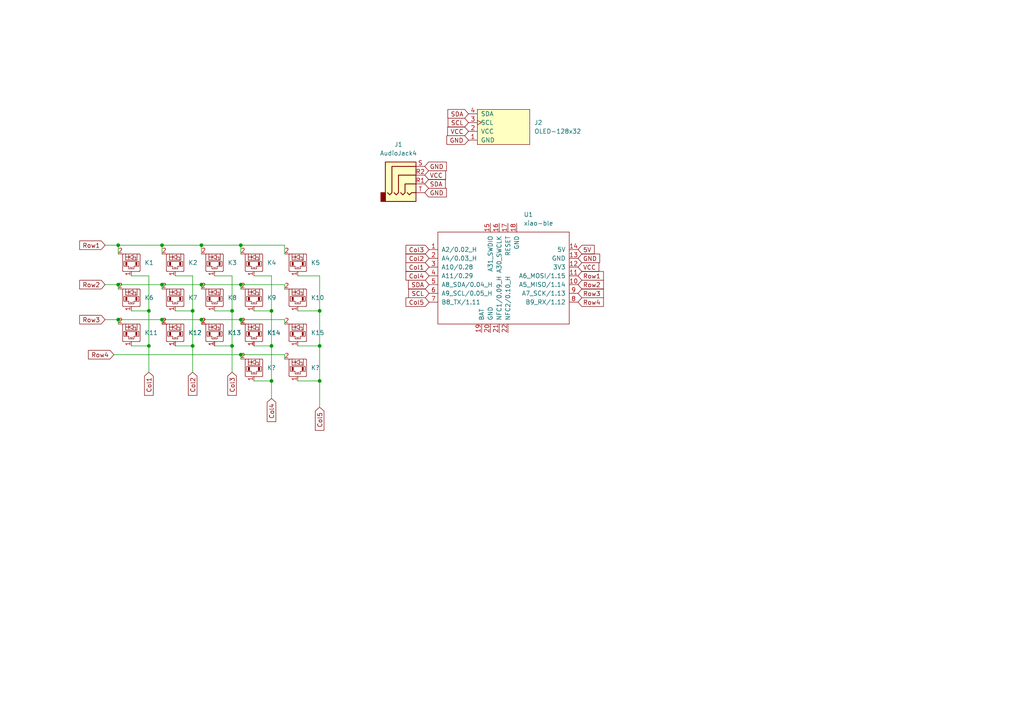
<source format=kicad_sch>
(kicad_sch (version 20211123) (generator eeschema)
  (paper "A4")
  (lib_symbols
    (symbol "Connector:AudioJack4"
      (property "Reference" "J" (at 0 8.89 0))
      (property "Value" "AudioJack4" (at 0 6.35 0))
      (symbol "AudioJack4_0_1"
        (rectangle (start -6.35 -5.08) (end -7.62 -7.62) (stroke (width 0.254)) (fill (type outline)))
        (polyline (pts (xy 0 -5.08) (xy 0.635 -5.715) (xy 1.27 -5.08) (xy 2.54 -5.08)) (stroke (width 0.254)))
        (polyline (pts (xy -5.715 -5.08) (xy -5.08 -5.715) (xy -4.445 -5.08) (xy -4.445 2.54) (xy 2.54 2.54)) (stroke (width 0.254)))
        (polyline (pts (xy -1.905 -5.08) (xy -1.27 -5.715) (xy -0.635 -5.08) (xy -0.635 -2.54) (xy 2.54 -2.54)) (stroke (width 0.254)))
        (polyline (pts (xy 2.54 0) (xy -2.54 0) (xy -2.54 -5.08) (xy -3.175 -5.715) (xy -3.81 -5.08)) (stroke (width 0.254)))
        (rectangle (start 2.54 3.81) (end -6.35 -7.62) (stroke (width 0.254)) (fill (type background)))
      )
      (symbol "AudioJack4_1_1"
        (pin passive line (at 5.08 -2.54 180) (length 2.54) (name "~") (number "R1"))
        (pin passive line (at 5.08 0 180) (length 2.54) (name "~") (number "R2"))
        (pin passive line (at 5.08 2.54 180) (length 2.54) (name "~") (number "S"))
        (pin passive line (at 5.08 -5.08 180) (length 2.54) (name "~") (number "T"))
      )
    )
    (symbol "display:OLED-128x32" (pin_names (offset 1.016))
      (property "Reference" "J" (at 0 -6.35 0))
      (property "Value" "OLED-128x32" (at 0 6.35 0))
      (symbol "OLED-128x32_0_1"
        (rectangle (start 0 5.08) (end 15.24 -5.08) (fill (type background)))
      )
      (symbol "OLED-128x32_1_1"
        (pin power_in line (at -2.54 -3.81 0) (length 2.54) (name "GND") (number "1"))
        (pin power_in line (at -2.54 -1.27 0) (length 2.54) (name "VCC") (number "2"))
        (pin input clock (at -2.54 1.27 0) (length 2.54) (name "SCL") (number "3"))
        (pin bidirectional line (at -2.54 3.81 0) (length 2.54) (name "SDA") (number "4"))
      )
    )
    (symbol "mcu:xiao-ble" (pin_names (offset 1.016))
      (property "Reference" "U" (at -17.78 16.51 0))
      (property "Value" "xiao-ble" (at -15.24 13.97 0))
      (symbol "xiao-ble_0_1"
        (rectangle (start -19.05 12.7) (end 19.05 -13.97))
      )
      (symbol "xiao-ble_1_1"
        (pin bidirectional line (at -21.59 7.62 0) (length 2.54) (name "A2/0.02_H") (number "1"))
        (pin bidirectional line (at 21.59 -2.54 180) (length 2.54) (name "A5_MISO/1.14") (number "10"))
        (pin bidirectional line (at 21.59 0 180) (length 2.54) (name "A6_MOSI/1.15") (number "11"))
        (pin power_out line (at 21.59 2.54 180) (length 2.54) (name "3V3") (number "12"))
        (pin power_out line (at 21.59 5.08 180) (length 2.54) (name "GND") (number "13"))
        (pin power_out line (at 21.59 7.62 180) (length 2.54) (name "5V") (number "14"))
        (pin input line (at -3.81 15.24 270) (length 2.54) (name "A31_SWDIO") (number "15"))
        (pin input line (at -1.27 15.24 270) (length 2.54) (name "A30_SWCLK") (number "16"))
        (pin input line (at 1.27 15.24 270) (length 2.54) (name "RESET") (number "17"))
        (pin power_out line (at 3.81 15.24 270) (length 2.54) (name "GND") (number "18"))
        (pin bidirectional line (at -6.35 -16.51 90) (length 2.54) (name "BAT") (number "19"))
        (pin bidirectional line (at -21.59 5.08 0) (length 2.54) (name "A4/0.03_H") (number "2"))
        (pin power_out line (at -3.81 -16.51 90) (length 2.54) (name "GND") (number "20"))
        (pin bidirectional line (at -1.27 -16.51 90) (length 2.54) (name "NFC1/0.09_H") (number "21"))
        (pin bidirectional line (at 1.27 -16.51 90) (length 2.54) (name "NFC2/0.10_H") (number "22"))
        (pin bidirectional line (at -21.59 2.54 0) (length 2.54) (name "A10/0.28") (number "3"))
        (pin bidirectional line (at -21.59 0 0) (length 2.54) (name "A11/0.29") (number "4"))
        (pin bidirectional line (at -21.59 -2.54 0) (length 2.54) (name "A8_SDA/0.04_H") (number "5"))
        (pin bidirectional line (at -21.59 -5.08 0) (length 2.54) (name "A9_SCL/0.05_H") (number "6"))
        (pin bidirectional line (at -21.59 -7.62 0) (length 2.54) (name "B8_TX/1.11") (number "7"))
        (pin bidirectional line (at 21.59 -7.62 180) (length 2.54) (name "B9_RX/1.12") (number "8"))
        (pin bidirectional line (at 21.59 -5.08 180) (length 2.54) (name "A7_SCK/1.13") (number "9"))
      )
    )
    (symbol "switch:diode-choc" (pin_names (offset 1.016))
      (property "Reference" "K" (at 0 3.81 0))
      (symbol "diode-choc_0_1"
        (arc (start -2.54 -2.286) (mid -2.4656 -2.4656) (end -2.286 -2.54))
        (arc (start -2.286 2.54) (mid -2.4656 2.4656) (end -2.54 2.286))
        (rectangle (start -1.651 0.127) (end -1.27 -0.762) (fill (type outline)))
        (arc (start -0.381 -1.27) (mid 0 -1.4739) (end 0.381 -1.27))
        (polyline (pts (xy -2.54 2.286) (xy -2.54 -2.286)))
        (polyline (pts (xy -2.286 -2.54) (xy 2.286 -2.54)))
        (polyline (pts (xy -2.286 2.54) (xy 2.286 2.54)))
        (polyline (pts (xy -1.651 1.651) (xy -0.762 1.651)))
        (polyline (pts (xy -0.762 2.286) (xy -0.762 1.016)))
        (polyline (pts (xy 2.54 -2.286) (xy 2.54 2.286)))
        (polyline (pts (xy 0.508 1.651) (xy 1.27 1.651) (xy 1.27 0.762)))
        (polyline (pts (xy -1.651 2.54) (xy -1.651 0.762) (xy 1.651 0.762) (xy 1.651 2.54)))
        (polyline (pts (xy -0.762 1.651) (xy 0.508 2.286) (xy 0.508 1.016) (xy -0.762 1.651)))
        (polyline (pts (xy -2.159 0.381) (xy -2.159 -1.016) (xy -0.762 -1.016) (xy -0.762 -1.778) (xy 0.762 -1.778) (xy 0.762 -1.016) (xy 2.159 -1.016) (xy 2.159 0.381) (xy -2.159 0.381)))
        (arc (start 2.286 -2.54) (mid 2.4656 -2.4656) (end 2.54 -2.286))
        (arc (start 2.54 2.286) (mid 2.4656 2.4656) (end 2.286 2.54))
      )
      (symbol "diode-choc_1_1"
        (rectangle (start 1.27 0.127) (end 1.651 -0.762) (fill (type outline)))
        (pin input line (at 0 -3.81 90) (length 1.27) (name "~") (number "1"))
        (pin output line (at -3.81 2.54 0) (length 1.27) (name "~") (number "2"))
      )
    )
  )
  (junction (at 34.29 71.12))
  (junction (at 46.99 92.71))
  (junction (at 69.85 92.71))
  (junction (at 43.18 90.17))
  (junction (at 92.71 90.17))
  (junction (at 78.74 100.33))
  (junction (at 69.85 82.55))
  (junction (at 55.88 100.33))
  (junction (at 58.42 82.55))
  (junction (at 78.74 110.49))
  (junction (at 55.88 90.17))
  (junction (at 46.99 82.55))
  (junction (at 67.31 100.33))
  (junction (at 34.29 82.55))
  (junction (at 67.31 90.17))
  (junction (at 46.99 71.12))
  (junction (at 92.71 110.49))
  (junction (at 43.18 100.33))
  (junction (at 58.42 71.12))
  (junction (at 34.29 92.71))
  (junction (at 58.42 92.71))
  (junction (at 69.85 102.87))
  (junction (at 69.85 71.12))
  (junction (at 92.71 100.33))
  (junction (at 78.74 90.17))
  (wire (pts (xy 69.85 102.87) (xy 69.85 104.14)))
  (wire (pts (xy 38.1 80.01) (xy 43.18 80.01)))
  (wire (pts (xy 92.71 110.49) (xy 92.71 118.11)))
  (wire (pts (xy 58.42 82.55) (xy 69.85 82.55)))
  (wire (pts (xy 38.1 100.33) (xy 43.18 100.33)))
  (wire (pts (xy 69.85 92.71) (xy 69.85 93.98)))
  (wire (pts (xy 73.66 80.01) (xy 78.74 80.01)))
  (wire (pts (xy 34.29 82.55) (xy 46.99 82.55)))
  (wire (pts (xy 86.36 90.17) (xy 92.71 90.17)))
  (wire (pts (xy 58.42 71.12) (xy 58.42 73.66)))
  (wire (pts (xy 78.74 100.33) (xy 78.74 110.49)))
  (wire (pts (xy 67.31 90.17) (xy 67.31 100.33)))
  (wire (pts (xy 69.85 82.55) (xy 82.55 82.55)))
  (wire (pts (xy 46.99 92.71) (xy 58.42 92.71)))
  (wire (pts (xy 82.55 71.12) (xy 69.85 71.12)))
  (wire (pts (xy 46.99 92.71) (xy 46.99 93.98)))
  (wire (pts (xy 58.42 82.55) (xy 58.42 83.82)))
  (wire (pts (xy 67.31 100.33) (xy 67.31 107.95)))
  (wire (pts (xy 86.36 80.01) (xy 92.71 80.01)))
  (wire (pts (xy 82.55 92.71) (xy 82.55 93.98)))
  (wire (pts (xy 50.8 90.17) (xy 55.88 90.17)))
  (wire (pts (xy 55.88 80.01) (xy 55.88 90.17)))
  (wire (pts (xy 34.29 71.12) (xy 30.48 71.12)))
  (wire (pts (xy 50.8 100.33) (xy 55.88 100.33)))
  (wire (pts (xy 67.31 80.01) (xy 67.31 90.17)))
  (wire (pts (xy 69.85 92.71) (xy 82.55 92.71)))
  (wire (pts (xy 73.66 100.33) (xy 78.74 100.33)))
  (wire (pts (xy 34.29 71.12) (xy 34.29 73.66)))
  (wire (pts (xy 82.55 104.14) (xy 82.55 102.87)))
  (wire (pts (xy 43.18 80.01) (xy 43.18 90.17)))
  (wire (pts (xy 55.88 90.17) (xy 55.88 100.33)))
  (wire (pts (xy 30.48 82.55) (xy 34.29 82.55)))
  (wire (pts (xy 78.74 80.01) (xy 78.74 90.17)))
  (wire (pts (xy 78.74 110.49) (xy 78.74 115.57)))
  (wire (pts (xy 69.85 102.87) (xy 82.55 102.87)))
  (wire (pts (xy 86.36 110.49) (xy 92.71 110.49)))
  (wire (pts (xy 86.36 100.33) (xy 92.71 100.33)))
  (wire (pts (xy 46.99 71.12) (xy 34.29 71.12)))
  (wire (pts (xy 62.23 100.33) (xy 67.31 100.33)))
  (wire (pts (xy 82.55 73.66) (xy 82.55 71.12)))
  (wire (pts (xy 34.29 92.71) (xy 46.99 92.71)))
  (wire (pts (xy 46.99 71.12) (xy 46.99 73.66)))
  (wire (pts (xy 43.18 90.17) (xy 43.18 100.33)))
  (wire (pts (xy 69.85 82.55) (xy 69.85 83.82)))
  (wire (pts (xy 58.42 71.12) (xy 46.99 71.12)))
  (wire (pts (xy 34.29 92.71) (xy 34.29 93.98)))
  (wire (pts (xy 58.42 92.71) (xy 58.42 93.98)))
  (wire (pts (xy 78.74 90.17) (xy 78.74 100.33)))
  (wire (pts (xy 62.23 90.17) (xy 67.31 90.17)))
  (wire (pts (xy 50.8 80.01) (xy 55.88 80.01)))
  (wire (pts (xy 38.1 90.17) (xy 43.18 90.17)))
  (wire (pts (xy 69.85 71.12) (xy 58.42 71.12)))
  (wire (pts (xy 55.88 100.33) (xy 55.88 107.95)))
  (wire (pts (xy 62.23 80.01) (xy 67.31 80.01)))
  (wire (pts (xy 46.99 82.55) (xy 58.42 82.55)))
  (wire (pts (xy 30.48 92.71) (xy 34.29 92.71)))
  (wire (pts (xy 33.02 102.87) (xy 69.85 102.87)))
  (wire (pts (xy 92.71 80.01) (xy 92.71 90.17)))
  (wire (pts (xy 46.99 82.55) (xy 46.99 83.82)))
  (wire (pts (xy 92.71 90.17) (xy 92.71 100.33)))
  (wire (pts (xy 69.85 71.12) (xy 69.85 73.66)))
  (wire (pts (xy 82.55 82.55) (xy 82.55 83.82)))
  (wire (pts (xy 73.66 110.49) (xy 78.74 110.49)))
  (wire (pts (xy 34.29 82.55) (xy 34.29 83.82)))
  (wire (pts (xy 73.66 90.17) (xy 78.74 90.17)))
  (wire (pts (xy 43.18 100.33) (xy 43.18 107.95)))
  (wire (pts (xy 92.71 100.33) (xy 92.71 110.49)))
  (wire (pts (xy 58.42 92.71) (xy 69.85 92.71)))
  (global_label "Col4" (shape input) (at 124.46 80.01 180) (property "Intersheet References" "${INTERSHEET_REFS}" (effects hide)))
  (global_label "Row1" (shape input) (at 30.48 71.12 180) (property "Intersheet References" "${INTERSHEET_REFS}" (effects hide)))
  (global_label "VCC" (shape input) (at 123.19 50.8 0) (property "Intersheet References" "${INTERSHEET_REFS}" (effects hide)))
  (global_label "VCC" (shape input) (at 167.64 77.47 0) (property "Intersheet References" "${INTERSHEET_REFS}" (effects hide)))
  (global_label "Row4" (shape input) (at 33.02 102.87 180) (property "Intersheet References" "${INTERSHEET_REFS}" (effects hide)))
  (global_label "GND" (shape input) (at 123.19 48.26 0) (property "Intersheet References" "${INTERSHEET_REFS}" (effects hide)))
  (global_label "Col1" (shape input) (at 124.46 77.47 180) (property "Intersheet References" "${INTERSHEET_REFS}" (effects hide)))
  (global_label "Col2" (shape input) (at 124.46 74.93 180) (property "Intersheet References" "${INTERSHEET_REFS}" (effects hide)))
  (global_label "5V" (shape input) (at 167.64 72.39 0) (property "Intersheet References" "${INTERSHEET_REFS}" (effects hide)))
  (global_label "SDA" (shape input) (at 123.19 53.34 0) (property "Intersheet References" "${INTERSHEET_REFS}" (effects hide)))
  (global_label "Col3" (shape input) (at 124.46 72.39 180) (property "Intersheet References" "${INTERSHEET_REFS}" (effects hide)))
  (global_label "GND" (shape input) (at 167.64 74.93 0) (property "Intersheet References" "${INTERSHEET_REFS}" (effects hide)))
  (global_label "SCL" (shape input) (at 135.89 35.56 180) (property "Intersheet References" "${INTERSHEET_REFS}" (effects hide)))
  (global_label "SCL" (shape input) (at 124.46 85.09 180) (property "Intersheet References" "${INTERSHEET_REFS}" (effects hide)))
  (global_label "Col4" (shape input) (at 78.74 115.57 270) (property "Intersheet References" "${INTERSHEET_REFS}" (effects hide)))
  (global_label "Row3" (shape input) (at 167.64 85.09 0) (property "Intersheet References" "${INTERSHEET_REFS}" (effects hide)))
  (global_label "Row1" (shape input) (at 167.64 80.01 0) (property "Intersheet References" "${INTERSHEET_REFS}" (effects hide)))
  (global_label "Row2" (shape input) (at 30.48 82.55 180) (property "Intersheet References" "${INTERSHEET_REFS}" (effects hide)))
  (global_label "Row2" (shape input) (at 167.64 82.55 0) (property "Intersheet References" "${INTERSHEET_REFS}" (effects hide)))
  (global_label "Col3" (shape input) (at 67.31 107.95 270) (property "Intersheet References" "${INTERSHEET_REFS}" (effects hide)))
  (global_label "Col1" (shape input) (at 43.18 107.95 270) (property "Intersheet References" "${INTERSHEET_REFS}" (effects hide)))
  (global_label "SDA" (shape input) (at 124.46 82.55 180) (property "Intersheet References" "${INTERSHEET_REFS}" (effects hide)))
  (global_label "VCC" (shape input) (at 135.89 38.1 180) (property "Intersheet References" "${INTERSHEET_REFS}" (effects hide)))
  (global_label "Col5" (shape input) (at 92.71 118.11 270) (property "Intersheet References" "${INTERSHEET_REFS}" (effects hide)))
  (global_label "SDA" (shape input) (at 135.89 33.02 180) (property "Intersheet References" "${INTERSHEET_REFS}" (effects hide)))
  (global_label "Col2" (shape input) (at 55.88 107.95 270) (property "Intersheet References" "${INTERSHEET_REFS}" (effects hide)))
  (global_label "GND" (shape input) (at 123.19 55.88 0) (property "Intersheet References" "${INTERSHEET_REFS}" (effects hide)))
  (global_label "GND" (shape input) (at 135.89 40.64 180) (property "Intersheet References" "${INTERSHEET_REFS}" (effects hide)))
  (global_label "Row3" (shape input) (at 30.48 92.71 180) (property "Intersheet References" "${INTERSHEET_REFS}" (effects hide)))
  (global_label "Row4" (shape input) (at 167.64 87.63 0) (property "Intersheet References" "${INTERSHEET_REFS}" (effects hide)))
  (global_label "Col5" (shape input) (at 124.46 87.63 180) (property "Intersheet References" "${INTERSHEET_REFS}" (effects hide)))
  (symbol (lib_id "switch:diode-choc") (at 38.1 96.52 0) (unit 1)
    (property "Reference" "K11" (at 41.91 96.5199 0) (effects (justify left)))
    (property "Value" "diode-choc" (effects hide))
    (property "Footprint" "pg1350:pg1350-DR" (effects hide))
  )
  (symbol (lib_id "switch:diode-choc") (at 62.23 86.36 0) (unit 1)
    (property "Reference" "K8" (at 66.04 86.3599 0) (effects (justify left)))
    (property "Value" "diode-choc" (effects hide))
    (property "Footprint" "pg1350:pg1350-DR" (effects hide))
  )
  (symbol (lib_id "switch:diode-choc") (at 62.23 96.52 0) (unit 1)
    (property "Reference" "K13" (at 66.04 96.5199 0) (effects (justify left)))
    (property "Value" "diode-choc" (effects hide))
    (property "Footprint" "pg1350:pg1350-DR" (effects hide))
  )
  (symbol (lib_id "switch:diode-choc") (at 73.66 106.68 0) (unit 1)
    (property "Reference" "K?" (at 77.47 106.6799 0) (effects (justify left)))
    (property "Value" "diode-choc" (effects hide))
    (property "Footprint" "pg1350:pg1350-DR" (effects hide))
  )
  (symbol (lib_id "switch:diode-choc") (at 73.66 96.52 0) (unit 1)
    (property "Reference" "K14" (at 77.47 96.5199 0) (effects (justify left)))
    (property "Value" "diode-choc" (effects hide))
    (property "Footprint" "pg1350:pg1350-DR" (effects hide))
  )
  (symbol (lib_id "switch:diode-choc") (at 86.36 106.68 0) (unit 1)
    (property "Reference" "K?" (at 90.17 106.6799 0) (effects (justify left)))
    (property "Value" "diode-choc" (effects hide))
    (property "Footprint" "pg1350:pg1350-DR" (effects hide))
  )
  (symbol (lib_id "switch:diode-choc") (at 73.66 86.36 0) (unit 1)
    (property "Reference" "K9" (at 77.47 86.3599 0) (effects (justify left)))
    (property "Value" "diode-choc" (effects hide))
    (property "Footprint" "pg1350:pg1350-DR" (effects hide))
  )
  (symbol (lib_id "switch:diode-choc") (at 50.8 76.2 0) (unit 1)
    (property "Reference" "K2" (at 54.61 76.1999 0) (effects (justify left)))
    (property "Value" "diode-choc" (effects hide))
    (property "Footprint" "pg1350:pg1350-DR" (effects hide))
  )
  (symbol (lib_id "switch:diode-choc") (at 86.36 86.36 0) (unit 1)
    (property "Reference" "K10" (at 90.17 86.3599 0) (effects (justify left)))
    (property "Value" "diode-choc" (effects hide))
    (property "Footprint" "pg1350:pg1350-DR" (effects hide))
  )
  (symbol (lib_id "switch:diode-choc") (at 38.1 76.2 0) (unit 1)
    (property "Reference" "K1" (at 41.91 76.1999 0) (effects (justify left)))
    (property "Value" "diode-choc" (effects hide))
    (property "Footprint" "pg1350:pg1350-DR" (effects hide))
  )
  (symbol (lib_id "switch:diode-choc") (at 50.8 86.36 0) (unit 1)
    (property "Reference" "K7" (at 54.61 86.3599 0) (effects (justify left)))
    (property "Value" "diode-choc" (effects hide))
    (property "Footprint" "pg1350:pg1350-DR" (effects hide))
  )
  (symbol (lib_id "switch:diode-choc") (at 38.1 86.36 0) (unit 1)
    (property "Reference" "K6" (at 41.91 86.3599 0) (effects (justify left)))
    (property "Value" "diode-choc" (effects hide))
    (property "Footprint" "pg1350:pg1350-DR" (effects hide))
  )
  (symbol (lib_id "mcu:xiao-ble") (at 146.05 80.01 0) (unit 1)
    (property "Reference" "U1" (at 151.8794 62.23 0) (effects (justify left)))
    (property "Value" "xiao-ble" (at 151.8794 64.77 0) (effects (justify left)))
    (property "Footprint" "mcu:xiao-ble-tht" (effects hide))
  )
  (symbol (lib_id "switch:diode-choc") (at 86.36 76.2 0) (unit 1)
    (property "Reference" "K5" (at 90.17 76.1999 0) (effects (justify left)))
    (property "Value" "diode-choc" (effects hide))
    (property "Footprint" "pg1350:pg1350-DR" (effects hide))
  )
  (symbol (lib_id "switch:diode-choc") (at 86.36 96.52 0) (unit 1)
    (property "Reference" "K15" (at 90.17 96.5199 0) (effects (justify left)))
    (property "Value" "diode-choc" (effects hide))
    (property "Footprint" "pg1350:pg1350-DR" (effects hide))
  )
  (symbol (lib_id "display:OLED-128x32") (at 138.43 36.83 0) (unit 1)
    (property "Reference" "J2" (at 154.94 35.5599 0) (effects (justify left)))
    (property "Value" "OLED-128x32" (at 154.94 38.0999 0) (effects (justify left)))
    (property "Footprint" "display:OLED-128x32-cutout" (effects hide))
  )
  (symbol (lib_id "switch:diode-choc") (at 50.8 96.52 0) (unit 1)
    (property "Reference" "K12" (at 54.61 96.5199 0) (effects (justify left)))
    (property "Value" "diode-choc" (effects hide))
    (property "Footprint" "pg1350:pg1350-DR" (effects hide))
  )
  (symbol (lib_id "switch:diode-choc") (at 62.23 76.2 0) (unit 1)
    (property "Reference" "K3" (at 66.04 76.1999 0) (effects (justify left)))
    (property "Value" "diode-choc" (effects hide))
    (property "Footprint" "pg1350:pg1350-DR" (effects hide))
  )
  (symbol (lib_id "Connector:AudioJack4") (at 118.11 50.8 0) (unit 1)
    (property "Reference" "J1" (at 115.57 41.91 0))
    (property "Value" "AudioJack4" (at 115.57 44.45 0))
    (property "Footprint" "misc:PJ-320A" (effects hide))
  )
  (symbol (lib_id "switch:diode-choc") (at 73.66 76.2 0) (unit 1)
    (property "Reference" "K4" (at 77.47 76.1999 0) (effects (justify left)))
    (property "Value" "diode-choc" (effects hide))
    (property "Footprint" "pg1350:pg1350-DR" (effects hide))
  )
)
</source>
